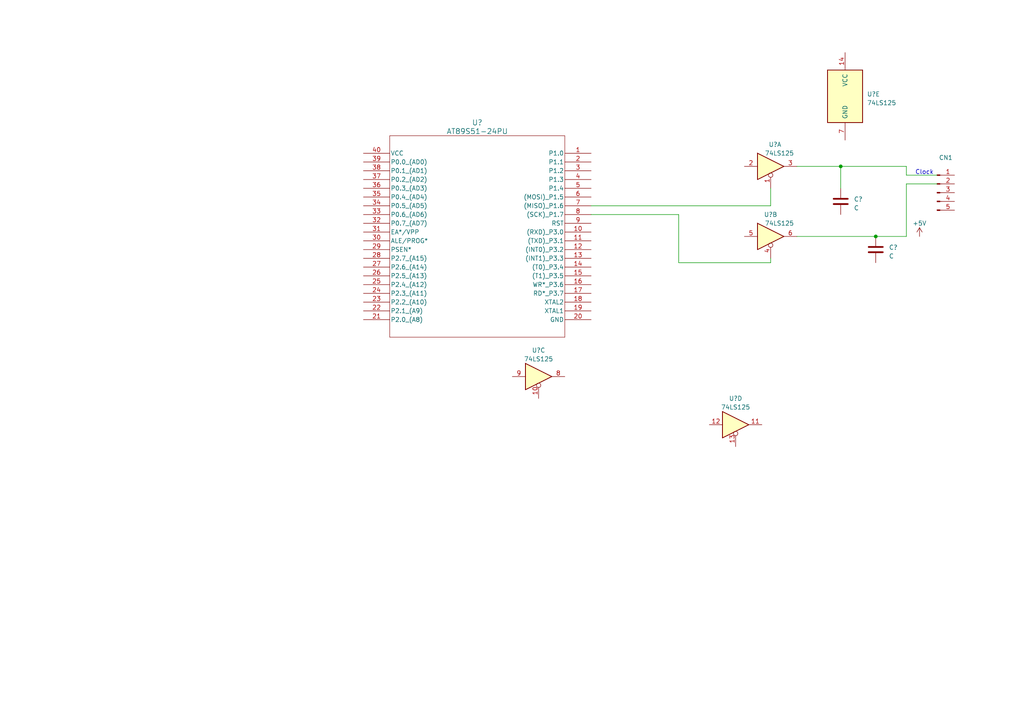
<source format=kicad_sch>
(kicad_sch (version 20220404) (generator eeschema)
  (paper "A4")
  (lib_symbols
    (symbol "2026-01-14_13-54-47:AT89S51-24PU" (pin_names (offset 0.254))
      (property "Reference" "U" (at 33.02 10.16 0))
      (property "Value" "AT89S51-24PU" (at 33.02 7.62 0))
      (symbol "AT89S51-24PU_0_1"
        (polyline (pts (xy 7.62 -53.34) (xy 58.42 -53.34)) (stroke (width 0.127)))
        (polyline (pts (xy 7.62 5.08) (xy 7.62 -53.34)) (stroke (width 0.127)))
        (polyline (pts (xy 58.42 -53.34) (xy 58.42 5.08)) (stroke (width 0.127)))
        (polyline (pts (xy 58.42 5.08) (xy 7.62 5.08)) (stroke (width 0.127)))
        (pin bidirectional line (at 0 0 0) (length 7.62) (name "P1.0") (number "1"))
        (pin bidirectional line (at 0 -22.86 0) (length 7.62) (name "(RXD)_P3.0") (number "10"))
        (pin bidirectional line (at 0 -25.4 0) (length 7.62) (name "(TXD)_P3.1") (number "11"))
        (pin bidirectional line (at 0 -27.94 0) (length 7.62) (name "(INT0)_P3.2") (number "12"))
        (pin bidirectional line (at 0 -30.48 0) (length 7.62) (name "(INT1)_P3.3") (number "13"))
        (pin bidirectional line (at 0 -33.02 0) (length 7.62) (name "(T0)_P3.4") (number "14"))
        (pin bidirectional line (at 0 -35.56 0) (length 7.62) (name "(T1)_P3.5") (number "15"))
        (pin bidirectional line (at 0 -38.1 0) (length 7.62) (name "WR*_P3.6") (number "16"))
        (pin bidirectional line (at 0 -40.64 0) (length 7.62) (name "RD*_P3.7") (number "17"))
        (pin output line (at 0 -43.18 0) (length 7.62) (name "XTAL2") (number "18"))
        (pin input line (at 0 -45.72 0) (length 7.62) (name "XTAL1") (number "19"))
        (pin bidirectional line (at 0 -2.54 0) (length 7.62) (name "P1.1") (number "2"))
        (pin power_in line (at 0 -48.26 0) (length 7.62) (name "GND") (number "20"))
        (pin bidirectional line (at 66.04 -48.26 180) (length 7.62) (name "P2.0_(A8)") (number "21"))
        (pin bidirectional line (at 66.04 -45.72 180) (length 7.62) (name "P2.1_(A9)") (number "22"))
        (pin bidirectional line (at 66.04 -43.18 180) (length 7.62) (name "P2.2_(A10)") (number "23"))
        (pin bidirectional line (at 66.04 -40.64 180) (length 7.62) (name "P2.3_(A11)") (number "24"))
        (pin bidirectional line (at 66.04 -38.1 180) (length 7.62) (name "P2.4_(A12)") (number "25"))
        (pin bidirectional line (at 66.04 -35.56 180) (length 7.62) (name "P2.5_(A13)") (number "26"))
        (pin bidirectional line (at 66.04 -33.02 180) (length 7.62) (name "P2.6_(A14)") (number "27"))
        (pin bidirectional line (at 66.04 -30.48 180) (length 7.62) (name "P2.7_(A15)") (number "28"))
        (pin output line (at 66.04 -27.94 180) (length 7.62) (name "PSEN*") (number "29"))
        (pin bidirectional line (at 0 -5.08 0) (length 7.62) (name "P1.2") (number "3"))
        (pin output line (at 66.04 -25.4 180) (length 7.62) (name "ALE/PROG*") (number "30"))
        (pin power_in line (at 66.04 -22.86 180) (length 7.62) (name "EA*/VPP") (number "31"))
        (pin bidirectional line (at 66.04 -20.32 180) (length 7.62) (name "P0.7_(AD7)") (number "32"))
        (pin bidirectional line (at 66.04 -17.78 180) (length 7.62) (name "P0.6_(AD6)") (number "33"))
        (pin bidirectional line (at 66.04 -15.24 180) (length 7.62) (name "P0.5_(AD5)") (number "34"))
        (pin bidirectional line (at 66.04 -12.7 180) (length 7.62) (name "P0.4_(AD4)") (number "35"))
        (pin bidirectional line (at 66.04 -10.16 180) (length 7.62) (name "P0.3_(AD3)") (number "36"))
        (pin bidirectional line (at 66.04 -7.62 180) (length 7.62) (name "P0.2_(AD2)") (number "37"))
        (pin bidirectional line (at 66.04 -5.08 180) (length 7.62) (name "P0.1_(AD1)") (number "38"))
        (pin bidirectional line (at 66.04 -2.54 180) (length 7.62) (name "P0.0_(AD0)") (number "39"))
        (pin bidirectional line (at 0 -7.62 0) (length 7.62) (name "P1.3") (number "4"))
        (pin power_in line (at 66.04 0 180) (length 7.62) (name "VCC") (number "40"))
        (pin bidirectional line (at 0 -10.16 0) (length 7.62) (name "P1.4") (number "5"))
        (pin bidirectional line (at 0 -12.7 0) (length 7.62) (name "(MOSI)_P1.5") (number "6"))
        (pin bidirectional line (at 0 -15.24 0) (length 7.62) (name "(MISO)_P1.6") (number "7"))
        (pin bidirectional line (at 0 -17.78 0) (length 7.62) (name "(SCK)_P1.7") (number "8"))
        (pin input line (at 0 -20.32 0) (length 7.62) (name "RST") (number "9"))
      )
    )
    (symbol "74xx:74LS125" (pin_names (offset 1.016))
      (property "Reference" "U" (at 0 1.27 0))
      (property "Value" "74LS125" (at 0 -1.27 0))
      (symbol "74LS125_1_0"
        (polyline (pts (xy -3.81 3.81) (xy -3.81 -3.81) (xy 3.81 0) (xy -3.81 3.81)) (stroke (width 0.254)) (fill (type background)))
        (pin input inverted (at 0 -6.35 90) (length 4.445) (name "~") (number "1"))
        (pin input line (at -7.62 0 0) (length 3.81) (name "~") (number "2"))
        (pin tri_state line (at 7.62 0 180) (length 3.81) (name "~") (number "3"))
      )
      (symbol "74LS125_2_0"
        (polyline (pts (xy -3.81 3.81) (xy -3.81 -3.81) (xy 3.81 0) (xy -3.81 3.81)) (stroke (width 0.254)) (fill (type background)))
        (pin input inverted (at 0 -6.35 90) (length 4.445) (name "~") (number "4"))
        (pin input line (at -7.62 0 0) (length 3.81) (name "~") (number "5"))
        (pin tri_state line (at 7.62 0 180) (length 3.81) (name "~") (number "6"))
      )
      (symbol "74LS125_3_0"
        (polyline (pts (xy -3.81 3.81) (xy -3.81 -3.81) (xy 3.81 0) (xy -3.81 3.81)) (stroke (width 0.254)) (fill (type background)))
        (pin input inverted (at 0 -6.35 90) (length 4.445) (name "~") (number "10"))
        (pin tri_state line (at 7.62 0 180) (length 3.81) (name "~") (number "8"))
        (pin input line (at -7.62 0 0) (length 3.81) (name "~") (number "9"))
      )
      (symbol "74LS125_4_0"
        (polyline (pts (xy -3.81 3.81) (xy -3.81 -3.81) (xy 3.81 0) (xy -3.81 3.81)) (stroke (width 0.254)) (fill (type background)))
        (pin tri_state line (at 7.62 0 180) (length 3.81) (name "~") (number "11"))
        (pin input line (at -7.62 0 0) (length 3.81) (name "~") (number "12"))
        (pin input inverted (at 0 -6.35 90) (length 4.445) (name "~") (number "13"))
      )
      (symbol "74LS125_5_0"
        (pin power_in line (at 0 12.7 270) (length 5.08) (name "VCC") (number "14"))
        (pin power_in line (at 0 -12.7 90) (length 5.08) (name "GND") (number "7"))
      )
      (symbol "74LS125_5_1"
        (rectangle (start -5.08 7.62) (end 5.08 -7.62) (stroke (width 0.254)) (fill (type background)))
      )
    )
    (symbol "Connector:Conn_01x05_Male" (pin_names (offset 1.016) hide)
      (property "Reference" "J" (at 0 7.62 0))
      (property "Value" "Conn_01x05_Male" (at 0 -7.62 0))
      (symbol "Conn_01x05_Male_1_1"
        (polyline (pts (xy 1.27 -5.08) (xy 0.8636 -5.08)) (stroke (width 0.1524)))
        (polyline (pts (xy 1.27 -2.54) (xy 0.8636 -2.54)) (stroke (width 0.1524)))
        (polyline (pts (xy 1.27 0) (xy 0.8636 0)) (stroke (width 0.1524)))
        (polyline (pts (xy 1.27 2.54) (xy 0.8636 2.54)) (stroke (width 0.1524)))
        (polyline (pts (xy 1.27 5.08) (xy 0.8636 5.08)) (stroke (width 0.1524)))
        (rectangle (start 0.8636 -4.953) (end 0 -5.207) (stroke (width 0.1524)) (fill (type outline)))
        (rectangle (start 0.8636 -2.413) (end 0 -2.667) (stroke (width 0.1524)) (fill (type outline)))
        (rectangle (start 0.8636 0.127) (end 0 -0.127) (stroke (width 0.1524)) (fill (type outline)))
        (rectangle (start 0.8636 2.667) (end 0 2.413) (stroke (width 0.1524)) (fill (type outline)))
        (rectangle (start 0.8636 5.207) (end 0 4.953) (stroke (width 0.1524)) (fill (type outline)))
        (pin passive line (at 5.08 5.08 180) (length 3.81) (name "Pin_1") (number "1"))
        (pin passive line (at 5.08 2.54 180) (length 3.81) (name "Pin_2") (number "2"))
        (pin passive line (at 5.08 0 180) (length 3.81) (name "Pin_3") (number "3"))
        (pin passive line (at 5.08 -2.54 180) (length 3.81) (name "Pin_4") (number "4"))
        (pin passive line (at 5.08 -5.08 180) (length 3.81) (name "Pin_5") (number "5"))
      )
    )
    (symbol "Device:C" (pin_numbers hide) (pin_names (offset 0.254))
      (property "Reference" "C" (at 0.635 2.54 0))
      (property "Value" "C" (at 0.635 -2.54 0))
      (symbol "C_0_1"
        (polyline (pts (xy -2.032 -0.762) (xy 2.032 -0.762)) (stroke (width 0.508)))
        (polyline (pts (xy -2.032 0.762) (xy 2.032 0.762)) (stroke (width 0.508)))
      )
      (symbol "C_1_1"
        (pin passive line (at 0 3.81 270) (length 2.794) (name "~") (number "1"))
        (pin passive line (at 0 -3.81 90) (length 2.794) (name "~") (number "2"))
      )
    )
    (symbol "power:+5V" (power) (pin_numbers hide) (pin_names (offset 0) hide)
      (property "Value" "+5V" (at 0 3.556 0))
      (symbol "+5V_0_1"
        (polyline (pts (xy -0.762 1.27) (xy 0 2.54)))
        (polyline (pts (xy 0 0) (xy 0 2.54)))
        (polyline (pts (xy 0 2.54) (xy 0.762 1.27)))
      )
      (symbol "+5V_1_1"
        (pin power_in line (at 0 0 90) (length 0) hide (name "+5V") (number "1"))
      )
    )
  )
  (junction (at 254 68.58))
  (junction (at 243.84 48.26))
  (wire (pts (xy 196.85 62.23) (xy 196.85 76.2)))
  (wire (pts (xy 262.89 48.26) (xy 243.84 48.26)))
  (wire (pts (xy 223.52 76.2) (xy 223.52 74.93)))
  (wire (pts (xy 196.85 76.2) (xy 223.52 76.2)))
  (wire (pts (xy 254 68.58) (xy 231.14 68.58)))
  (wire (pts (xy 262.89 50.8) (xy 262.89 48.26)))
  (wire (pts (xy 171.45 62.23) (xy 196.85 62.23)))
  (wire (pts (xy 262.89 53.34) (xy 262.89 68.58)))
  (wire (pts (xy 223.52 54.61) (xy 223.52 59.69)))
  (wire (pts (xy 262.89 68.58) (xy 254 68.58)))
  (wire (pts (xy 243.84 48.26) (xy 243.84 54.61)))
  (wire (pts (xy 171.45 59.69) (xy 223.52 59.69)))
  (wire (pts (xy 271.78 53.34) (xy 262.89 53.34)))
  (wire (pts (xy 243.84 48.26) (xy 231.14 48.26)))
  (wire (pts (xy 262.89 50.8) (xy 271.78 50.8)))
  (text "Clock" (at 265.43 50.8 0) (effects (font (size 1.27 1.27)) (justify left bottom)))
  (symbol (lib_id "Device:C") (at 254 72.39 0) (unit 1)
    (default_instance (reference "C") (unit 1) (value "C") (footprint ""))
    (property "Reference" "C?" (at 257.81 71.755 0) (effects (justify left)))
    (property "Value" "C" (at 257.81 74.295 0) (effects (justify left)))
  )
  (symbol (lib_id "Connector:Conn_01x05_Male") (at 271.78 55.88 0) (unit 1)
    (default_instance (reference "J") (unit 1) (value "Conn_01x05_Male") (footprint ""))
    (property "Reference" "CN1" (at 274.32 45.72 0))
    (property "Value" "01x05_Male" (effects hide))
  )
  (symbol (lib_id "74xx:74LS125") (at 223.52 48.26 0) (unit 1)
    (default_instance (reference "U") (unit 1) (value "74LS125") (footprint ""))
    (property "Reference" "U?" (at 224.79 41.91 0))
    (property "Value" "74LS125" (at 226.06 44.45 0))
    (property "Datasheet" "http://www.ti.com/lit/gpn/sn74LS125" (effects hide))
  )
  (symbol (lib_id "Device:C") (at 243.84 58.42 0) (unit 1)
    (default_instance (reference "C") (unit 1) (value "C") (footprint ""))
    (property "Reference" "C?" (at 247.65 57.785 0) (effects (justify left)))
    (property "Value" "C" (at 247.65 60.325 0) (effects (justify left)))
  )
  (symbol (lib_id "74xx:74LS125") (at 245.11 27.94 0) (unit 5)
    (default_instance (reference "U") (unit 1) (value "74LS125") (footprint ""))
    (property "Reference" "U?" (at 251.46 27.305 0) (effects (justify left)))
    (property "Value" "74LS125" (at 251.46 29.845 0) (effects (justify left)))
    (property "Datasheet" "http://www.ti.com/lit/gpn/sn74LS125" (effects hide))
  )
  (symbol (lib_id "2026-01-14_13-54-47:AT89S51-24PU") (at 171.45 44.45 0) (mirror y) (unit 1)
    (default_instance (reference "U") (unit 1) (value "AT89S51-24PU") (footprint "40P6_ATM"))
    (property "Reference" "U?" (at 138.43 35.56 0) (effects (font (size 1.524 1.524))))
    (property "Value" "AT89S51-24PU" (at 138.43 38.1 0) (effects (font (size 1.524 1.524))))
    (property "Footprint" "40P6_ATM" (effects hide))
    (property "Datasheet" "AT89S51-24PU" (effects hide))
  )
  (symbol (lib_id "power:+5V") (at 266.7 68.58 0) (unit 1)
    (default_instance (reference "#PWR") (unit 1) (value "+5V") (footprint ""))
    (property "Reference" "#PWR?" (effects hide))
    (property "Value" "+5V" (at 266.7 64.77 0))
  )
  (symbol (lib_id "74xx:74LS125") (at 156.21 109.22 0) (unit 3)
    (default_instance (reference "U") (unit 1) (value "74LS125") (footprint ""))
    (property "Reference" "U?" (at 156.21 101.6 0))
    (property "Value" "74LS125" (at 156.21 104.14 0))
    (property "Datasheet" "http://www.ti.com/lit/gpn/sn74LS125" (effects hide))
  )
  (symbol (lib_id "74xx:74LS125") (at 223.52 68.58 0) (unit 2)
    (default_instance (reference "U") (unit 1) (value "74LS125") (footprint ""))
    (property "Reference" "U?" (at 223.52 62.23 0))
    (property "Value" "74LS125" (at 226.06 64.77 0))
    (property "Datasheet" "http://www.ti.com/lit/gpn/sn74LS125" (effects hide))
  )
  (symbol (lib_id "74xx:74LS125") (at 213.36 123.19 0) (unit 4)
    (default_instance (reference "U") (unit 1) (value "74LS125") (footprint ""))
    (property "Reference" "U?" (at 213.36 115.57 0))
    (property "Value" "74LS125" (at 213.36 118.11 0))
    (property "Datasheet" "http://www.ti.com/lit/gpn/sn74LS125" (effects hide))
  )
)
</source>
